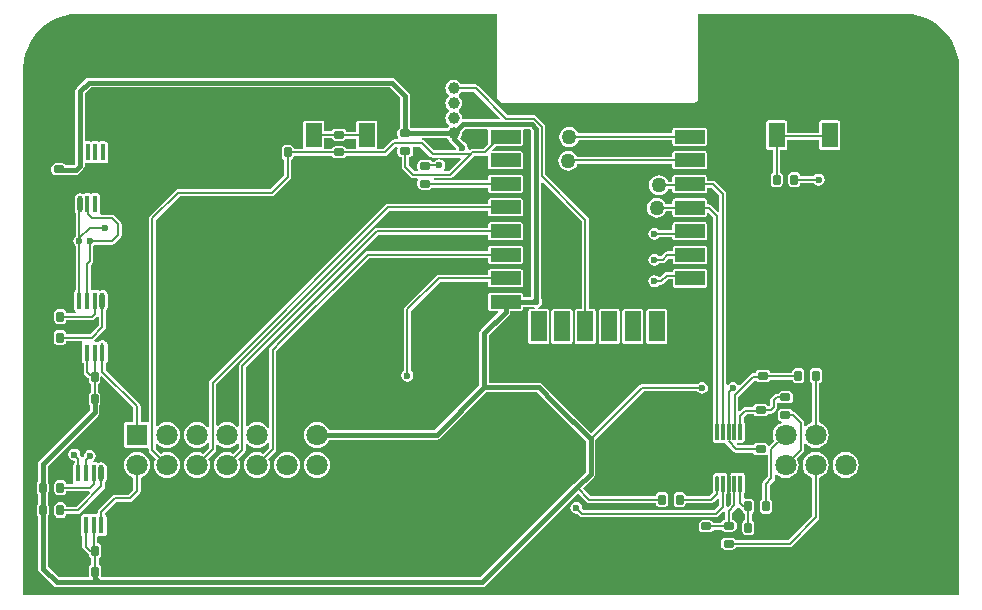
<source format=gtl>
%FSDAX24Y24*%
%MOIN*%
%SFA1B1*%

%IPPOS*%
%AMD10*
4,1,8,0.005900,0.017700,-0.005900,0.017700,-0.011800,0.011800,-0.011800,-0.011800,-0.005900,-0.017700,0.005900,-0.017700,0.011800,-0.011800,0.011800,0.011800,0.005900,0.017700,0.0*
1,1,0.011800,0.005900,0.011800*
1,1,0.011800,-0.005900,0.011800*
1,1,0.011800,-0.005900,-0.011800*
1,1,0.011800,0.005900,-0.011800*
%
%AMD11*
4,1,8,0.017700,-0.005900,0.017700,0.005900,0.011800,0.011800,-0.011800,0.011800,-0.017700,0.005900,-0.017700,-0.005900,-0.011800,-0.011800,0.011800,-0.011800,0.017700,-0.005900,0.0*
1,1,0.011800,0.011800,-0.005900*
1,1,0.011800,0.011800,0.005900*
1,1,0.011800,-0.011800,0.005900*
1,1,0.011800,-0.011800,-0.005900*
%
G04~CAMADD=10~8~0.0~0.0~236.0~354.0~59.0~0.0~15~0.0~0.0~0.0~0.0~0~0.0~0.0~0.0~0.0~0~0.0~0.0~0.0~0.0~236.0~354.0*
%ADD10D10*%
G04~CAMADD=11~8~0.0~0.0~236.0~354.0~59.0~0.0~15~0.0~0.0~0.0~0.0~0~0.0~0.0~0.0~0.0~0~0.0~0.0~0.0~270.0~354.0~236.0*
%ADD11D11*%
%ADD12O,0.017700X0.057100*%
%ADD13R,0.017700X0.057100*%
%ADD14R,0.055100X0.082700*%
%ADD15R,0.100000X0.045000*%
%ADD16R,0.055000X0.100000*%
%ADD17R,0.011800X0.057100*%
%ADD18O,0.011800X0.057100*%
%ADD19C,0.007900*%
%ADD20C,0.015700*%
%ADD21C,0.070900*%
%ADD22R,0.070900X0.070900*%
%ADD23C,0.039400*%
%ADD24C,0.023600*%
%ADD25C,0.050000*%
%LNuppsense-1*%
%LPD*%
G36*
X037639Y039205D02*
X037872Y039159D01*
X038098Y039082*
X038311Y038977*
X038509Y038845*
X038688Y038688*
X038845Y038509*
X038977Y038311*
X039082Y038098*
X039159Y037872*
X039205Y037639*
X039217Y037451*
X039219Y037402*
Y037352*
Y019836*
X008025*
Y037402*
X008024Y037408*
X008039Y037639*
X008086Y037872*
X008162Y038098*
X008267Y038311*
X008399Y038509*
X008556Y038688*
X008735Y038845*
X008933Y038977*
X009146Y039082*
X009372Y039159*
X009605Y039205*
X009793Y039217*
X009843Y039219*
X009892*
X023825*
Y036427*
X023837Y036369*
X023869Y036320*
X023879Y036310*
X023928Y036278*
X023986Y036266*
X030374*
X030432Y036278*
X030481Y036310*
X030514Y036359*
X030525Y036417*
Y039219*
X037402*
X037408Y039220*
X037639Y039205*
G37*
%LNuppsense-2*%
%LPC*%
G36*
X030746Y031489D02*
X029746D01*
X029715Y031482*
X029689Y031465*
X029672Y031439*
X029666Y031408*
Y031304*
X029490*
X029444Y031295*
X029405Y031268*
X029281Y031144*
X029211*
X029197Y031166*
X029132Y031209*
X029055Y031224*
X028978Y031209*
X028913Y031166*
X028870Y031100*
X028854Y031024*
X028870Y030947*
X028913Y030882*
X028978Y030838*
X029055Y030823*
X029132Y030838*
X029197Y030882*
X029211Y030903*
X029331*
X029377Y030912*
X029416Y030938*
X029540Y031063*
X029666*
Y030958*
X029672Y030928*
X029689Y030902*
X029715Y030884*
X029746Y030878*
X030746*
X030777Y030884*
X030803Y030902*
X030820Y030928*
X030826Y030958*
Y031408*
X030820Y031439*
X030803Y031465*
X030777Y031482*
X030746Y031489*
G37*
G36*
Y030709D02*
X029746D01*
X029715Y030702*
X029689Y030685*
X029672Y030659*
X029666Y030628*
Y030612*
X029468*
X029422Y030603*
X029383Y030577*
X029256Y030450*
X029199Y030454*
X029197Y030457*
X029132Y030500*
X029055Y030516*
X028978Y030500*
X028913Y030457*
X028870Y030392*
X028854Y030315*
X028870Y030238*
X028913Y030173*
X028978Y030130*
X029055Y030114*
X029132Y030130*
X029197Y030173*
X029211Y030195*
X029291*
Y030194*
X029337Y030204*
X029376Y030230*
X029518Y030372*
X029666*
Y030178*
X029672Y030148*
X029689Y030122*
X029715Y030104*
X029746Y030098*
X030746*
X030777Y030104*
X030803Y030122*
X030820Y030148*
X030826Y030178*
Y030628*
X030820Y030659*
X030803Y030685*
X030777Y030702*
X030746Y030709*
G37*
G36*
X030736Y032279D02*
X029736D01*
X029706Y032272*
X029679Y032255*
X029662Y032229*
X029656Y032198*
Y032010*
X029211*
X029197Y032032*
X029132Y032075*
X029055Y032090*
X028978Y032075*
X028913Y032032*
X028870Y031967*
X028854Y031890*
X028870Y031813*
X028913Y031748*
X028978Y031704*
X029055Y031689*
X029132Y031704*
X029197Y031748*
X029211Y031769*
X029656*
Y031748*
X029662Y031718*
X029679Y031692*
X029706Y031674*
X029736Y031668*
X030736*
X030767Y031674*
X030793Y031692*
X030810Y031718*
X030817Y031748*
Y032198*
X030810Y032229*
X030793Y032255*
X030767Y032272*
X030736Y032279*
G37*
G36*
X033780Y033959D02*
X033661D01*
X033608Y033949*
X033562Y033918*
X033532Y033873*
X033521Y033819*
Y033583*
X033532Y033529*
X033562Y033483*
X033608Y033453*
X033661Y033442*
X033780*
X033833Y033453*
X033879Y033483*
X033909Y033529*
X033920Y033580*
X034371*
X034386Y033559*
X034451Y033515*
X034528Y033500*
X034604Y033515*
X034669Y033559*
X034713Y033624*
X034728Y033701*
X034713Y033778*
X034669Y033843*
X034604Y033886*
X034528Y033901*
X034451Y033886*
X034386Y033843*
X034371Y033821*
X033920*
X033909Y033873*
X033879Y033918*
X033833Y033949*
X033780Y033959*
G37*
G36*
X034433Y024622D02*
X034320Y024607D01*
X034215Y024563*
X034124Y024494*
X034055Y024403*
X034011Y024298*
X033996Y024185*
X034011Y024072*
X034055Y023967*
X034124Y023876*
X034215Y023807*
X034313Y023766*
Y022487*
X033513Y021687*
X031778*
X031753Y021725*
X031707Y021756*
X031654Y021766*
X031417*
X031364Y021756*
X031318Y021725*
X031288Y021680*
X031277Y021626*
Y021508*
X031288Y021454*
X031318Y021409*
X031364Y021378*
X031417Y021367*
X031654*
X031707Y021378*
X031753Y021409*
X031778Y021447*
X033563*
Y021446*
X033609Y021456*
X033648Y021482*
X034518Y022352*
X034544Y022391*
X034553Y022437*
Y023766*
X034651Y023807*
X034742Y023876*
X034811Y023967*
X034855Y024072*
X034870Y024185*
X034855Y024298*
X034811Y024403*
X034742Y024494*
X034651Y024563*
X034546Y024607*
X034433Y024622*
G37*
G36*
X031136Y023930D02*
X031082Y023919D01*
X031037Y023889*
X031006Y023843*
X030996Y023790*
Y023337*
X031006Y023283*
X031014Y023271*
X030895Y023152*
X030101*
X030090Y023203*
X030060Y023249*
X030014Y023279*
X029961Y023290*
X029843*
X029789Y023279*
X029743Y023249*
X029713Y023203*
X029702Y023150*
Y022913*
X029713Y022860*
X029743Y022814*
X029789Y022784*
X029843Y022773*
X029961*
X030014Y022784*
X030060Y022814*
X030090Y022860*
X030101Y022911*
X030945*
X030991Y022920*
X031030Y022946*
X031166Y023083*
X031213Y023064*
Y022840*
X031052Y022679*
X026703*
X026652Y022731*
X026657Y022756*
X026642Y022833*
X026599Y022898*
X026534Y022941*
X026457Y022957*
X026380Y022941*
X026315Y022898*
X026271Y022833*
X026256Y022756*
X026271Y022679*
X026315Y022614*
X026380Y022570*
X026457Y022555*
X026482Y022560*
X026568Y022474*
X026607Y022448*
X026654Y022439*
X031102*
X031148Y022448*
X031188Y022474*
X031366Y022653*
X031415Y022631*
Y022357*
X031364Y022346*
X031318Y022316*
X031288Y022270*
X031285Y022258*
X031030*
X031005Y022296*
X030959Y022327*
X030906Y022337*
X030669*
X030616Y022327*
X030570Y022296*
X030539Y022251*
X030529Y022197*
Y022079*
X030539Y022025*
X030570Y021979*
X030616Y021949*
X030669Y021938*
X030906*
X030959Y021949*
X031005Y021979*
X031030Y022017*
X031306*
X031318Y021999*
X031364Y021969*
X031417Y021958*
X031654*
X031707Y021969*
X031753Y021999*
X031783Y022045*
X031794Y022098*
Y022217*
X031783Y022270*
X031753Y022316*
X031707Y022346*
X031656Y022357*
Y022600*
X031812Y022756*
X031819Y022766*
X031881Y022775*
X031934Y022722*
X031973Y022696*
X031985Y022693*
Y022689*
X031996Y022635*
X032027Y022590*
X032065Y022564*
Y022341*
X032027Y022316*
X031996Y022270*
X031985Y022217*
Y021980*
X031996Y021927*
X032027Y021881*
X032072Y021851*
X032126Y021840*
X032244*
X032298Y021851*
X032343Y021881*
X032374Y021927*
X032385Y021980*
Y022217*
X032374Y022270*
X032343Y022316*
X032305Y022341*
Y022564*
X032343Y022590*
X032374Y022635*
X032385Y022689*
Y022925*
X032374Y022979*
X032343Y023025*
X032298Y023055*
X032244Y023066*
X032126*
X032094Y023059*
X032044Y023092*
Y023228*
X032057Y023247*
X032063Y023278*
Y023849*
X032057Y023879*
X032039Y023906*
X032013Y023923*
X031983Y023929*
X031865*
X031834Y023923*
X031825Y023917*
X031817Y023923*
X031786Y023929*
X031668*
X031637Y023923*
X031611Y023906*
X031594Y023879*
X031587Y023849*
Y023278*
X031594Y023247*
X031606Y023228*
Y022891*
X031502Y022787*
X031453Y022809*
Y023228*
X031466Y023247*
X031472Y023278*
Y023849*
X031466Y023879*
X031449Y023906*
X031423Y023923*
X031392Y023929*
X031274*
X031243Y023923*
X031217Y023906*
X031215Y023903*
X031190Y023919*
X031136Y023930*
G37*
G36*
X026251Y029384D02*
X025701D01*
X025670Y029377*
X025644Y029360*
X025627Y029334*
X025621Y029303*
Y028303*
X025627Y028273*
X025644Y028247*
X025670Y028229*
X025701Y028223*
X026251*
X026282Y028229*
X026308Y028247*
X026325Y028273*
X026332Y028303*
Y029303*
X026325Y029334*
X026308Y029360*
X026282Y029377*
X026251Y029384*
G37*
G36*
X035433Y024622D02*
X035320Y024607D01*
X035215Y024563*
X035124Y024494*
X035055Y024403*
X035011Y024298*
X034996Y024185*
X035011Y024072*
X035055Y023967*
X035124Y023876*
X035215Y023807*
X035320Y023763*
X035433Y023748*
X035546Y023763*
X035651Y023807*
X035742Y023876*
X035811Y023967*
X035855Y024072*
X035870Y024185*
X035855Y024298*
X035811Y024403*
X035742Y024494*
X035651Y024563*
X035546Y024607*
X035433Y024622*
G37*
G36*
X027831Y029384D02*
X027281D01*
X027250Y029377*
X027224Y029360*
X027207Y029334*
X027201Y029303*
Y028303*
X027207Y028273*
X027224Y028247*
X027250Y028229*
X027281Y028223*
X027831*
X027862Y028229*
X027888Y028247*
X027905Y028273*
X027912Y028303*
Y029303*
X027905Y029334*
X027888Y029360*
X027862Y029377*
X027831Y029384*
G37*
G36*
X029411D02*
X028861D01*
X028830Y029377*
X028804Y029360*
X028787Y029334*
X028781Y029303*
Y028303*
X028787Y028273*
X028804Y028247*
X028830Y028229*
X028861Y028223*
X029411*
X029442Y028229*
X029468Y028247*
X029485Y028273*
X029492Y028303*
Y029303*
X029485Y029334*
X029468Y029360*
X029442Y029377*
X029411Y029384*
G37*
G36*
X028611D02*
X028061D01*
X028031Y029377*
X028004Y029360*
X027987Y029334*
X027981Y029303*
Y028303*
X027987Y028273*
X028004Y028247*
X028031Y028229*
X028061Y028223*
X028611*
X028642Y028229*
X028668Y028247*
X028685Y028273*
X028691Y028303*
Y029303*
X028685Y029334*
X028668Y029360*
X028642Y029377*
X028611Y029384*
G37*
G36*
X026181Y034662D02*
X026095Y034651D01*
X026015Y034618*
X025947Y034565*
X025894Y034497*
X025861Y034417*
X025850Y034331*
X025861Y034245*
X025894Y034165*
X025947Y034096*
X026015Y034044*
X026095Y034010*
X026181Y033999*
X026267Y034010*
X026347Y034044*
X026416Y034096*
X026468Y034165*
X026492Y034223*
X029656*
Y034118*
X029662Y034088*
X029679Y034062*
X029706Y034044*
X029736Y034038*
X030736*
X030767Y034044*
X030793Y034062*
X030810Y034088*
X030817Y034118*
Y034568*
X030810Y034599*
X030793Y034625*
X030767Y034642*
X030736Y034649*
X029736*
X029706Y034642*
X029679Y034625*
X029662Y034599*
X029656Y034568*
Y034464*
X026482*
X026468Y034497*
X026416Y034565*
X026347Y034618*
X026267Y034651*
X026181Y034662*
G37*
G36*
X026220Y035450D02*
X026135Y035438D01*
X026055Y035405*
X025986Y035353*
X025933Y035284*
X025900Y035204*
X025889Y035118*
X025900Y035032*
X025933Y034952*
X025986Y034884*
X026055Y034831*
X026135Y034798*
X026220Y034787*
X026306Y034798*
X026386Y034831*
X026455Y034884*
X026508Y034952*
X026529Y035003*
X029656*
Y034898*
X029662Y034868*
X029679Y034842*
X029706Y034824*
X029736Y034818*
X030736*
X030767Y034824*
X030793Y034842*
X030810Y034868*
X030817Y034898*
Y035348*
X030810Y035379*
X030793Y035405*
X030767Y035422*
X030736Y035429*
X029736*
X029706Y035422*
X029679Y035405*
X029662Y035379*
X029656Y035348*
Y035244*
X026524*
X026508Y035284*
X026455Y035353*
X026386Y035405*
X026306Y035438*
X026220Y035450*
G37*
G36*
X020306Y037090D02*
D01*
X010197*
X010135Y037077*
X010083Y037043*
X009798Y036757*
X009763Y036705*
X009751Y036644*
Y034926*
X009749Y034922*
X009743Y034892*
Y034321*
X009749Y034290*
X009751Y034287*
Y034230*
X009697Y034176*
X009442*
X009430Y034194*
X009384Y034224*
X009331Y034235*
X009094*
X009041Y034224*
X008995Y034194*
X008965Y034148*
X008954Y034094*
Y033976*
X008965Y033923*
X008995Y033877*
X009041Y033847*
X009094Y033836*
X009331*
X009384Y033847*
X009397Y033855*
X009764*
X009825Y033867*
X009877Y033902*
X010025Y034050*
X010060Y034102*
X010072Y034163*
Y034235*
X010079Y034241*
X010256*
X010287Y034247*
X010290Y034249*
X010294Y034247*
X010325Y034241*
X010502*
X010533Y034247*
X010541Y034252*
X010550Y034247*
X010581Y034241*
X010758*
X010789Y034247*
X010815Y034264*
X010832Y034290*
X010838Y034321*
Y034892*
X010832Y034922*
X010815Y034948*
X010789Y034966*
X010758Y034972*
X010581*
X010550Y034966*
X010541Y034960*
X010533Y034966*
X010502Y034972*
X010325*
X010294Y034966*
X010290Y034963*
X010287Y034966*
X010256Y034972*
X010079*
X010072Y034978*
Y036577*
X010263Y036769*
X020239*
X020587Y036420*
Y035427*
X020576Y035425*
X020531Y035395*
X020500Y035349*
X020489Y035295*
Y035177*
X020500Y035123*
X020521Y035092*
X020503Y035047*
X020499Y035042*
X020388*
X020341Y035033*
X020302Y035006*
X020023Y034727*
X019848*
X019824Y034756*
Y035583*
X019818Y035614*
X019800Y035640*
X019774Y035657*
X019744Y035663*
X019193*
X019162Y035657*
X019136Y035640*
X019118Y035614*
X019112Y035583*
Y035290*
X018795*
X018791Y035310*
X018761Y035355*
X018715Y035386*
X018661Y035396*
X018425*
X018371Y035386*
X018326Y035355*
X018300Y035317*
X018052*
Y035583*
X018046Y035614*
X018029Y035640*
X018003Y035657*
X017972Y035663*
X017421*
X017390Y035657*
X017364Y035640*
X017347Y035614*
X017341Y035583*
Y034756*
X017316Y034727*
X017030*
X017020Y034778*
X016989Y034824*
X016944Y034854*
X016890Y034865*
X016772*
X016718Y034854*
X016672Y034824*
X016642Y034778*
X016631Y034724*
Y034488*
X016642Y034434*
X016672Y034389*
X016710Y034363*
Y033849*
X016244Y033383*
X013184*
X013138Y033374*
X013099Y033348*
X012238Y032487*
X012212Y032448*
X012202Y032402*
Y025663*
X012165Y025620*
X011931*
Y026142*
X011922Y026188*
X011896Y026227*
X010781Y027342*
Y027569*
X010806Y027586*
X010823Y027612*
X010829Y027643*
Y028213*
X010823Y028244*
X010806Y028270*
X010780Y028288*
X010769Y028290*
X010745Y028325*
X010706Y028351*
X010660Y028360*
X010614Y028351*
X010575Y028325*
X010567Y028313*
X010524Y028288*
X010493Y028294*
X010406*
X010391Y028340*
Y028344*
X010745Y028698*
X010771Y028737*
X010781Y028783*
Y029343*
X010818Y029398*
X010831Y029463*
Y029857*
X010818Y029922*
X010781Y029978*
X010726Y030015*
X010660Y030028*
X010595Y030015*
X010570Y029998*
X010550Y030002*
X010524Y030020*
X010493Y030026*
X010316*
X010269Y030065*
Y030847*
X010321Y030899*
X010347Y030938*
X010357Y030984*
Y031497*
X010378Y031512*
X010393Y031533*
X010984*
X011030Y031542*
X011069Y031568*
X011266Y031765*
X011292Y031804*
X011302Y031850*
Y032205*
X011292Y032251*
X011266Y032290*
X011069Y032487*
X011030Y032513*
X010984Y032522*
X010612*
X010602Y032533*
X010579Y032572*
X010582Y032589*
Y033159*
X010576Y033190*
X010559Y033216*
X010533Y033234*
X010502Y033240*
X010325*
X010294Y033234*
X010285Y033228*
X010277Y033234*
X010246Y033240*
X010069*
X010038Y033234*
X010012Y033216*
X009991Y033212*
X009967Y033228*
X009902Y033241*
X009836Y033228*
X009781Y033191*
X009744Y033136*
X009731Y033071*
Y032677*
X009744Y032612*
X009772Y032570*
Y031810*
X009751Y031795*
X009707Y031730*
X009692Y031654*
X009707Y031577*
X009751Y031512*
X009772Y031497*
Y030019*
X009747Y030002*
X009730Y029976*
X009724Y029946*
Y029375*
X009730Y029344*
X009747Y029318*
X009773Y029301*
X009768Y029251*
X009454*
X009444Y029302*
X009414Y029348*
X009368Y029378*
X009314Y029389*
X009196*
X009142Y029378*
X009097Y029348*
X009066Y029302*
X009056Y029248*
Y029012*
X009066Y028958*
X009097Y028913*
X009142Y028882*
X009196Y028872*
X009314*
X009368Y028882*
X009414Y028913*
X009444Y028958*
X009454Y029010*
X010301*
X010347Y029019*
X010386Y029045*
X010489Y029149*
X010490*
X010540Y029134*
Y028833*
X010255Y028548*
X009443*
X009433Y028600*
X009402Y028645*
X009357Y028676*
X009303Y028687*
X009185*
X009131Y028676*
X009085Y028645*
X009055Y028600*
X009044Y028546*
Y028310*
X009055Y028256*
X009085Y028210*
X009131Y028180*
X009185Y028169*
X009303*
X009357Y028180*
X009402Y028210*
X009433Y028256*
X009443Y028308*
X009972*
X009979Y028300*
X009995Y028258*
X009986Y028244*
X009980Y028213*
Y027643*
X009986Y027612*
X010003Y027586*
X010028Y027569*
Y027272*
X010037Y027226*
X010063Y027187*
X010152Y027099*
X010191Y027073*
X010194Y027072*
Y027008*
X010205Y026954*
X010235Y026909*
X010278Y026880*
Y026624*
X010235Y026595*
X010205Y026550*
X010194Y026496*
Y026260*
X010205Y026206*
X010233Y026164*
Y026011*
X008554Y024333*
X008520Y024281*
X008507Y024219*
Y023641*
X008479Y023599*
X008468Y023545*
Y023309*
X008479Y023255*
X008507Y023212*
Y022891*
X008479Y022849*
X008468Y022795*
Y022559*
X008479Y022505*
X008507Y022462*
Y020741*
X008520Y020680*
X008554Y020628*
X008568Y020615*
X009020Y020162*
X009072Y020127*
X009134Y020115*
X010560*
X023307*
X023369Y020127*
X023421Y020162*
X026505Y023246*
X026805Y022946*
X026844Y022920*
X026890Y022911*
X029112*
X029122Y022860*
X029153Y022814*
X029198Y022784*
X029252Y022773*
X029370*
X029424Y022784*
X029469Y022814*
X029500Y022860*
X029511Y022913*
Y023150*
X029500Y023203*
X029469Y023249*
X029424Y023279*
X029370Y023290*
X029252*
X029198Y023279*
X029153Y023249*
X029122Y023203*
X029112Y023152*
X026940*
X026675Y023417*
X027043Y023784*
X027077Y023836*
X027090Y023898*
Y025030*
X028695Y026635*
X030489*
X030504Y026614*
X030569Y026570*
X030646Y026555*
X030723Y026570*
X030788Y026614*
X030831Y026679*
X030846Y026756*
X030831Y026833*
X030788Y026898*
X030723Y026941*
X030646Y026957*
X030569Y026941*
X030504Y026898*
X030489Y026876*
X028638*
X028592Y026867*
X028553Y026841*
X028537Y026818*
X026958Y025238*
X025822Y026373*
X025310Y026885*
X025258Y026920*
X025197Y026932*
X023546*
Y028516*
X024210Y029180*
X024245Y029232*
X024257Y029293*
Y029318*
X024596*
X024627Y029324*
X024653Y029342*
X024670Y029368*
X024676Y029398*
Y029463*
X025004*
X025041Y029438*
X025063Y029434*
X025058Y029384*
X024921*
X024890Y029377*
X024864Y029360*
X024847Y029334*
X024841Y029303*
Y028303*
X024847Y028273*
X024864Y028247*
X024890Y028229*
X024921Y028223*
X025471*
X025502Y028229*
X025528Y028247*
X025545Y028273*
X025552Y028303*
Y029303*
X025545Y029334*
X025528Y029360*
X025502Y029377*
X025471Y029384*
X025178*
X025173Y029434*
X025195Y029438*
X025260Y029481*
X025304Y029546*
X025319Y029623*
X025304Y029700*
X025279Y029737*
Y033596*
X025325Y033615*
X026636Y032304*
Y029384*
X026481*
X026451Y029377*
X026424Y029360*
X026407Y029334*
X026401Y029303*
Y028303*
X026407Y028273*
X026424Y028247*
X026451Y028229*
X026481Y028223*
X027031*
X027062Y028229*
X027088Y028247*
X027105Y028273*
X027111Y028303*
Y029303*
X027105Y029334*
X027088Y029360*
X027062Y029377*
X027031Y029384*
X026877*
Y032354*
X026867Y032400*
X026841Y032439*
X025416Y033865*
Y035467*
X025407Y035513*
X025380Y035552*
X025119Y035814*
X025080Y035840*
X025034Y035849*
X024164*
X023180Y036833*
X023141Y036859*
X023094Y036868*
X022611*
X022603Y036887*
X022559Y036945*
X022501Y036989*
X022434Y037017*
X022362Y037026*
X022290Y037017*
X022223Y036989*
X022166Y036945*
X022121Y036887*
X022094Y036820*
X022084Y036748*
X022094Y036676*
X022121Y036609*
X022166Y036551*
X022195Y036529*
Y036467*
X022166Y036445*
X022121Y036387*
X022094Y036320*
X022084Y036248*
X022094Y036176*
X022121Y036109*
X022166Y036051*
X022195Y036029*
Y035967*
X022166Y035945*
X022121Y035887*
X022094Y035820*
X022084Y035748*
X022094Y035676*
X022121Y035609*
X022166Y035551*
X022195Y035529*
Y035467*
X022166Y035445*
X022138Y035409*
X020945*
X020920Y035425*
X020909Y035427*
Y036487*
X020896Y036548*
X020862Y036600*
X020419Y037043*
X020367Y037077*
X020357Y037080*
X020306Y037090*
G37*
G36*
X030736Y033849D02*
X029736D01*
X029706Y033842*
X029679Y033825*
X029662Y033799*
X029656Y033768*
Y033624*
X029519*
X029500Y033670*
X029447Y033738*
X029378Y033791*
X029298Y033824*
X029213Y033836*
X029127Y033824*
X029047Y033791*
X028978Y033738*
X028925Y033670*
X028892Y033590*
X028881Y033504*
X028892Y033418*
X028925Y033338*
X028978Y033269*
X029047Y033217*
X029127Y033184*
X029213Y033172*
X029298Y033184*
X029378Y033217*
X029447Y033269*
X029500Y033338*
X029519Y033384*
X029656*
Y033318*
X029662Y033288*
X029679Y033262*
X029706Y033244*
X029736Y033238*
X030736*
X030767Y033244*
X030793Y033262*
X030810Y033288*
X030817Y033318*
Y033423*
X030974*
X031213Y033184*
Y032645*
X031166Y032626*
X030951Y032841*
X030912Y032867*
X030866Y032876*
X030817*
Y032988*
X030810Y033019*
X030793Y033045*
X030767Y033062*
X030736Y033069*
X029736*
X029706Y033062*
X029679Y033045*
X029662Y033019*
X029656Y032988*
Y032884*
X029437*
X029421Y032922*
X029368Y032990*
X029300Y033043*
X029220Y033076*
X029134Y033087*
X029048Y033076*
X028968Y033043*
X028899Y032990*
X028847Y032922*
X028814Y032842*
X028802Y032756*
X028814Y032670*
X028847Y032590*
X028899Y032521*
X028968Y032469*
X029048Y032436*
X029134Y032424*
X029220Y032436*
X029300Y032469*
X029368Y032521*
X029421Y032590*
X029443Y032643*
X029656*
Y032538*
X029662Y032508*
X029679Y032482*
X029706Y032464*
X029736Y032458*
X030736*
X030767Y032464*
X030793Y032482*
X030810Y032508*
X030817Y032538*
Y032570*
X030863Y032589*
X031016Y032436*
Y025631*
X031003Y025612*
X030997Y025581*
Y025010*
X031003Y024979*
X031020Y024953*
X031046Y024936*
X031077Y024930*
X031195*
X031226Y024936*
X031235Y024942*
X031243Y024936*
X031274Y024930*
X031392*
X031417Y024935*
X031419Y024926*
X031445Y024887*
X031701Y024631*
X031740Y024605*
X031786Y024596*
X032356*
X032381Y024558*
X032427Y024528*
X032480Y024517*
X032717*
X032770Y024528*
X032782Y024536*
X032832Y024509*
Y023790*
X032690Y023648*
X032664Y023609*
X032655Y023563*
Y023050*
X032617Y023025*
X032587Y022979*
X032576Y022925*
Y022689*
X032587Y022635*
X032617Y022590*
X032663Y022559*
X032717Y022548*
X032835*
X032888Y022559*
X032934Y022590*
X032964Y022635*
X032975Y022689*
Y022925*
X032964Y022979*
X032934Y023025*
X032896Y023050*
Y023513*
X033038Y023655*
X033064Y023694*
X033073Y023740*
Y023865*
X033121Y023881*
X033124Y023876*
X033215Y023807*
X033320Y023763*
X033433Y023748*
X033546Y023763*
X033651Y023807*
X033742Y023876*
X033811Y023967*
X033855Y024072*
X033870Y024185*
X033855Y024298*
X033814Y024396*
X034022Y024604*
X034048Y024643*
X034057Y024689*
Y024885*
X034105Y024901*
X034124Y024876*
X034215Y024807*
X034320Y024763*
X034433Y024748*
X034546Y024763*
X034651Y024807*
X034742Y024876*
X034811Y024967*
X034855Y025072*
X034870Y025185*
X034855Y025298*
X034811Y025403*
X034742Y025494*
X034651Y025563*
X034553Y025604*
Y026916*
X034562Y026917*
X034607Y026948*
X034638Y026993*
X034648Y027047*
Y027283*
X034638Y027337*
X034607Y027383*
X034562Y027413*
X034508Y027424*
X034390*
X034336Y027413*
X034290Y027383*
X034260Y027337*
X034249Y027283*
Y027047*
X034260Y026993*
X034290Y026948*
X034313Y026933*
Y025604*
X034215Y025563*
X034124Y025494*
X034105Y025469*
X034057Y025485*
Y025591*
X034048Y025637*
X034022Y025676*
X033766Y025932*
X033727Y025958*
X033681Y025967*
X033668*
X033643Y026005*
X033597Y026035*
X033543Y026046*
X033307*
X033253Y026035*
X033208Y026005*
X033177Y025959*
X033167Y025906*
Y025787*
X033177Y025734*
X033208Y025688*
X033253Y025658*
X033293Y025650*
X033299Y025598*
X033215Y025563*
X033124Y025494*
X033055Y025403*
X033011Y025298*
X032996Y025185*
X033011Y025072*
X033052Y024974*
X032899Y024821*
X032861Y024827*
X032842Y024835*
X032816Y024875*
X032770Y024905*
X032717Y024916*
X032480*
X032427Y024905*
X032381Y024875*
X032356Y024837*
X031836*
X031815Y024858*
X031818Y024921*
X031834Y024936*
X031865Y024930*
X031983*
X032013Y024936*
X032039Y024953*
X032057Y024979*
X032063Y025010*
Y025581*
X032057Y025612*
X032044Y025631*
Y025783*
X032136Y025876*
X032369*
X032381Y025857*
X032427Y025827*
X032480Y025816*
X032717*
X032770Y025827*
X032816Y025857*
X032841Y025895*
X032933*
X032979Y025904*
X033018Y025931*
X033117Y026029*
X033143Y026068*
X033152Y026114*
Y026250*
X033199Y026280*
X033208Y026279*
X033253Y026248*
X033307Y026237*
X033543*
X033597Y026248*
X033643Y026279*
X033673Y026324*
X033684Y026378*
Y026496*
X033673Y026550*
X033643Y026595*
X033597Y026626*
X033543Y026637*
X033307*
X033253Y026626*
X033208Y026595*
X033182Y026557*
X033130*
X033084Y026548*
X033045Y026522*
X032946Y026424*
X032920Y026385*
X032911Y026339*
Y026180*
X032882Y026152*
X032827Y026158*
X032816Y026174*
X032770Y026205*
X032717Y026215*
X032480*
X032427Y026205*
X032381Y026174*
X032351Y026129*
X032348Y026116*
X032087*
X032041Y026107*
X032001Y026081*
X031899Y025979*
X031853Y025998*
Y026459*
X032399Y027006*
X032447*
X032460Y026987*
X032505Y026957*
X032559Y026946*
X032795*
X032849Y026957*
X032895Y026987*
X032920Y027025*
X033663*
X033669Y026993*
X033700Y026948*
X033745Y026917*
X033799Y026907*
X033917*
X033971Y026917*
X034017Y026948*
X034047Y026993*
X034058Y027047*
Y027283*
X034047Y027337*
X034017Y027383*
X033971Y027413*
X033917Y027424*
X033799*
X033745Y027413*
X033700Y027383*
X033669Y027337*
X033659Y027283*
Y027266*
X032920*
X032895Y027304*
X032849Y027335*
X032795Y027345*
X032559*
X032505Y027335*
X032460Y027304*
X032429Y027258*
X032427Y027246*
X032349*
X032303Y027237*
X032264Y027211*
X031902Y026849*
X031841Y026859*
X031815Y026898*
X031750Y026941*
X031673Y026957*
X031596Y026941*
X031531Y026898*
X031503Y026857*
X031453Y026872*
Y033234*
X031444Y033280*
X031418Y033319*
X031109Y033628*
X031070Y033655*
X031024Y033664*
X030817*
Y033768*
X030810Y033799*
X030793Y033825*
X030767Y033842*
X030736Y033849*
G37*
G36*
X035177Y035671D02*
X034626D01*
X034595Y035665*
X034569Y035647*
X034552Y035621*
X034546Y035591*
Y035258*
X033486*
Y035591*
X033480Y035621*
X033462Y035647*
X033436Y035665*
X033406Y035671*
X032854*
X032824Y035665*
X032798Y035647*
X032780Y035621*
X032774Y035591*
Y034764*
X032780Y034733*
X032798Y034707*
X032824Y034690*
X032854Y034683*
X033010*
Y033944*
X032972Y033918*
X032941Y033873*
X032930Y033819*
Y033583*
X032941Y033529*
X032972Y033483*
X033017Y033453*
X033071Y033442*
X033189*
X033243Y033453*
X033288Y033483*
X033319Y033529*
X033329Y033583*
Y033819*
X033319Y033873*
X033288Y033918*
X033250Y033944*
Y034683*
X033406*
X033436Y034690*
X033462Y034707*
X033480Y034733*
X033486Y034764*
Y035017*
X034546*
Y034764*
X034552Y034733*
X034569Y034707*
X034595Y034690*
X034626Y034683*
X035177*
X035208Y034690*
X035234Y034707*
X035251Y034733*
X035257Y034764*
Y035591*
X035251Y035621*
X035234Y035647*
X035208Y035665*
X035177Y035671*
G37*
%LNuppsense-3*%
%LPD*%
G36*
X023516Y035348D02*
Y034898D01*
X023517Y034895*
X023349Y034727*
X022992*
X022946Y034718*
X022907Y034691*
X022869Y034694*
X022834Y034741*
X022838Y034764*
X022823Y034841*
X022780Y034906*
X022715Y034949*
X022686Y034955*
X022572Y035069*
X022603Y035109*
X022631Y035176*
X022640Y035248*
X022634Y035293*
X022732Y035391*
X023474*
X023516Y035348*
G37*
G36*
X023914Y035758D02*
X023895Y035712D01*
X022686*
X022648Y035742*
X022639Y035757*
X022631Y035820*
X022603Y035887*
X022559Y035945*
X022529Y035967*
Y036029*
X022559Y036051*
X022603Y036109*
X022631Y036176*
X022640Y036248*
X022631Y036320*
X022603Y036387*
X022559Y036445*
X022529Y036467*
Y036529*
X022559Y036551*
X022603Y036609*
X022611Y036628*
X023045*
X023914Y035758*
G37*
G36*
X024958Y035327D02*
Y029784D01*
X024676*
Y029848*
X024670Y029879*
X024653Y029905*
X024627Y029922*
X024596Y029929*
X023596*
X023565Y029922*
X023539Y029905*
X023522Y029879*
X023516Y029848*
Y029398*
X023522Y029368*
X023539Y029342*
X023565Y029324*
X023596Y029318*
X023829*
X023848Y029272*
X023272Y028696*
X023237Y028644*
X023225Y028583*
Y026838*
X021733Y025346*
X018213*
X018189Y025403*
X018120Y025494*
X018029Y025563*
X017924Y025607*
X017811Y025622*
X017698Y025607*
X017593Y025563*
X017502Y025494*
X017433Y025403*
X017389Y025298*
X017374Y025185*
X017389Y025072*
X017433Y024967*
X017502Y024876*
X017593Y024807*
X017698Y024763*
X017811Y024748*
X017924Y024763*
X018029Y024807*
X018120Y024876*
X018189Y024967*
X018213Y025024*
X021799*
X021861Y025037*
X021913Y025071*
X023452Y026611*
X025130*
X025595Y026146*
X026769Y024973*
Y023964*
X026363Y023558*
X023241Y020436*
X010636*
X010602Y020476*
X010608Y020509*
Y020745*
X010597Y020799*
X010567Y020844*
X010529Y020869*
Y021084*
X010567Y021109*
X010597Y021155*
X010608Y021209*
Y021445*
X010597Y021499*
X010567Y021544*
X010521Y021575*
X010490Y021581*
Y021772*
X010536Y021811*
X010714*
X010744Y021817*
X010770Y021834*
X010788Y021860*
X010794Y021891*
Y022462*
X010788Y022493*
X010770Y022519*
X010746Y022536*
Y022583*
X011113Y022950*
X011575*
X011621Y022960*
X011660Y022986*
X011896Y023222*
X011922Y023261*
X011931Y023307*
Y023766*
X012029Y023807*
X012120Y023876*
X012189Y023967*
X012233Y024072*
X012248Y024185*
X012233Y024298*
X012189Y024403*
X012120Y024494*
X012029Y024563*
X011924Y024607*
X011811Y024622*
X011698Y024607*
X011593Y024563*
X011502Y024494*
X011433Y024403*
X011389Y024298*
X011374Y024185*
X011389Y024072*
X011433Y023967*
X011502Y023876*
X011593Y023807*
X011691Y023766*
Y023357*
X011525Y023191*
X011063*
X011017Y023182*
X010978Y023156*
X010540Y022718*
X010514Y022679*
X010505Y022633*
Y022581*
X010458Y022542*
X010281*
X010250Y022536*
X010241Y022530*
X010233Y022536*
X010202Y022542*
X010025*
X009994Y022536*
X009968Y022519*
X009951Y022493*
X009944Y022462*
Y021891*
X009951Y021860*
X009968Y021834*
X009993Y021818*
Y021455*
X010002Y021409*
X010028Y021370*
X010156Y021242*
Y021241*
X010196Y021215*
X010209Y021213*
Y021209*
X010220Y021155*
X010250Y021109*
X010288Y021084*
Y020869*
X010250Y020844*
X010220Y020799*
X010209Y020745*
Y020509*
X010213Y020486*
X010177Y020436*
X009200*
X008829Y020808*
Y022462*
X008857Y022505*
X008868Y022559*
Y022795*
X008857Y022849*
X008829Y022891*
Y023212*
X008857Y023255*
X008868Y023309*
Y023545*
X008857Y023599*
X008829Y023641*
Y024153*
X010507Y025831*
X010542Y025883*
X010554Y025945*
Y026164*
X010583Y026206*
X010593Y026260*
Y026496*
X010583Y026550*
X010552Y026595*
X010519Y026618*
Y026886*
X010552Y026909*
X010583Y026954*
X010593Y027008*
Y027124*
X010639Y027143*
X011691Y026092*
Y025620*
X011457*
X011426Y025614*
X011400Y025596*
X011383Y025570*
X011376Y025539*
Y024831*
X011383Y024800*
X011400Y024774*
X011426Y024757*
X011457Y024750*
X012165*
X012202Y024707*
Y024673*
X012212Y024627*
X012238Y024588*
X012430Y024396*
X012389Y024298*
X012374Y024185*
X012389Y024072*
X012433Y023967*
X012502Y023876*
X012593Y023807*
X012698Y023763*
X012811Y023748*
X012924Y023763*
X013029Y023807*
X013120Y023876*
X013189Y023967*
X013233Y024072*
X013248Y024185*
X013233Y024298*
X013189Y024403*
X013120Y024494*
X013029Y024563*
X012924Y024607*
X012811Y024622*
X012698Y024607*
X012600Y024566*
X012443Y024723*
Y024875*
X012491Y024891*
X012502Y024876*
X012593Y024807*
X012698Y024763*
X012811Y024748*
X012924Y024763*
X013029Y024807*
X013120Y024876*
X013189Y024967*
X013233Y025072*
X013248Y025185*
X013233Y025298*
X013189Y025403*
X013120Y025494*
X013029Y025563*
X012924Y025607*
X012811Y025622*
X012698Y025607*
X012593Y025563*
X012502Y025494*
X012491Y025479*
X012443Y025495*
Y032352*
X013234Y033142*
X016294*
X016340Y033152*
X016379Y033178*
X016916Y033714*
X016942Y033753*
X016951Y033799*
Y034363*
X016989Y034389*
X017020Y034434*
X017030Y034486*
X018300*
X018326Y034448*
X018371Y034417*
X018425Y034407*
X018661*
X018715Y034417*
X018761Y034448*
X018786Y034486*
X020073*
X020119Y034495*
X020158Y034521*
X020430Y034794*
X020469Y034789*
X020497Y034744*
X020489Y034705*
Y034587*
X020500Y034533*
X020531Y034487*
X020576Y034457*
X020628Y034447*
Y034134*
X020637Y034088*
X020663Y034049*
X020938Y033773*
X020978Y033747*
X021024Y033738*
X021151*
X021177Y033688*
X021169Y033676*
X021159Y033622*
Y033504*
X021169Y033450*
X021200Y033405*
X021245Y033374*
X021299Y033363*
X021535*
X021589Y033374*
X021635Y033405*
X021654Y033433*
X023516*
Y033328*
X023522Y033298*
X023539Y033272*
X023565Y033254*
X023596Y033248*
X024596*
X024627Y033254*
X024653Y033272*
X024670Y033298*
X024676Y033328*
Y033778*
X024670Y033809*
X024653Y033835*
X024627Y033852*
X024596Y033859*
X023596*
X023565Y033852*
X023539Y033835*
X023522Y033809*
X023516Y033778*
Y033674*
X021706*
X021698Y033688*
X021726Y033738*
X022244*
X022290Y033747*
X022329Y033773*
X023018Y034462*
X023042Y034486*
X023399*
X023445Y034495*
X023466Y034509*
X023516Y034486*
Y034118*
X023522Y034088*
X023539Y034062*
X023565Y034044*
X023596Y034038*
X024596*
X024627Y034044*
X024653Y034062*
X024670Y034088*
X024676Y034118*
Y034568*
X024670Y034599*
X024653Y034625*
X024627Y034642*
X024596Y034649*
X023677*
X023657Y034695*
X023781Y034818*
X024596*
X024627Y034824*
X024653Y034842*
X024670Y034868*
X024676Y034898*
Y035348*
X024718Y035391*
X024894*
X024958Y035327*
G37*
G36*
X021588Y034462D02*
X021627Y034436D01*
X021673Y034427*
X022577*
X022596Y034381*
X022194Y033979*
X022043*
X022028Y034029*
X022032Y034031*
X022075Y034096*
X022090Y034173*
X022075Y034250*
X022032Y034315*
X021967Y034359*
X021890Y034374*
X021813Y034359*
X021748Y034315*
X021733Y034294*
X021647*
X021635Y034312*
X021589Y034342*
X021535Y034353*
X021299*
X021245Y034342*
X021200Y034312*
X021169Y034266*
X021159Y034213*
Y034094*
X021169Y034041*
X021177Y034029*
X021151Y033979*
X021074*
X020868Y034184*
Y034447*
X020920Y034457*
X020965Y034487*
X020996Y034533*
X021007Y034587*
Y034705*
X020997Y034751*
X021020Y034801*
X021249*
X021588Y034462*
G37*
G36*
X018326Y035038D02*
X018371Y035008D01*
X018425Y034997*
X018661*
X018715Y035008*
X018761Y035038*
X018768Y035049*
X019112*
Y034756*
X019088Y034727*
X018786*
X018761Y034765*
X018715Y034795*
X018661Y034806*
X018425*
X018371Y034795*
X018326Y034765*
X018300Y034727*
X018077*
X018052Y034756*
Y035076*
X018300*
X018326Y035038*
G37*
G36*
X022166Y035051D02*
X022208Y035019D01*
X022214Y034990*
X022249Y034938*
X022441Y034746*
X022446Y034718*
X022410Y034668*
X021723*
X021384Y035006*
X021345Y035033*
X021320Y035037*
X021325Y035087*
X022138*
X022166Y035051*
G37*
%LNuppsense-4*%
%LPC*%
G36*
X009724Y024728D02*
X009648Y024713D01*
X009582Y024669*
X009539Y024604*
X009524Y024528*
X009539Y024451*
X009582Y024386*
X009648Y024342*
X009724Y024327*
X009737Y024317*
Y024268*
X009712Y024251*
X009695Y024225*
X009688Y024194*
Y023623*
X009694Y023597*
X009693Y023590*
X009665Y023547*
X009458*
X009447Y023599*
X009417Y023644*
X009371Y023675*
X009318Y023685*
X009199*
X009146Y023675*
X009100Y023644*
X009070Y023599*
X009059Y023545*
Y023309*
X009070Y023255*
X009100Y023209*
X009146Y023179*
X009199Y023168*
X009318*
X009371Y023179*
X009417Y023209*
X009447Y023255*
X009458Y023306*
X010218*
X010239Y023257*
X009779Y022797*
X009458*
X009447Y022849*
X009417Y022894*
X009371Y022925*
X009318Y022935*
X009199*
X009146Y022925*
X009100Y022894*
X009070Y022849*
X009059Y022795*
Y022559*
X009070Y022505*
X009100Y022459*
X009146Y022429*
X009199Y022418*
X009318*
X009371Y022429*
X009417Y022459*
X009447Y022505*
X009458Y022556*
X009829*
X009875Y022565*
X009914Y022591*
X010710Y023387*
X010736Y023426*
X010746Y023473*
Y023591*
X010783Y023647*
X010796Y023712*
Y024106*
X010783Y024171*
X010746Y024226*
X010690Y024263*
X010625Y024276*
X010560Y024263*
X010535Y024247*
X010515Y024251*
X010488Y024269*
X010458Y024275*
X010361*
X010346Y024325*
X010378Y024346*
X010422Y024411*
X010437Y024488*
X010422Y024565*
X010378Y024630*
X010313Y024674*
X010236Y024689*
X010159Y024674*
X010094Y024630*
X010051Y024565*
X010036Y024488*
X010037Y024481*
X010011Y024451*
X009958Y024457*
X009943Y024480*
X009920Y024502*
X009925Y024528*
X009910Y024604*
X009866Y024669*
X009801Y024713*
X009724Y024728*
G37*
G36*
X016811Y024622D02*
X016698Y024607D01*
X016593Y024563*
X016502Y024494*
X016433Y024403*
X016389Y024298*
X016374Y024185*
X016389Y024072*
X016433Y023967*
X016502Y023876*
X016593Y023807*
X016698Y023763*
X016811Y023748*
X016924Y023763*
X017029Y023807*
X017120Y023876*
X017189Y023967*
X017233Y024072*
X017248Y024185*
X017233Y024298*
X017189Y024403*
X017120Y024494*
X017029Y024563*
X016924Y024607*
X016811Y024622*
G37*
G36*
X024596Y033079D02*
X023596D01*
X023565Y033072*
X023539Y033055*
X023522Y033029*
X023516Y032998*
Y032894*
X020175*
X020129Y032885*
X020090Y032858*
X014246Y027014*
X014219Y026975*
X014210Y026929*
Y025458*
X014160Y025441*
X014120Y025494*
X014029Y025563*
X013924Y025607*
X013811Y025622*
X013698Y025607*
X013593Y025563*
X013502Y025494*
X013433Y025403*
X013389Y025298*
X013374Y025185*
X013389Y025072*
X013433Y024967*
X013502Y024876*
X013593Y024807*
X013698Y024763*
X013811Y024748*
X013924Y024763*
X014029Y024807*
X014120Y024876*
X014160Y024929*
X014210Y024912*
Y024755*
X014022Y024566*
X013924Y024607*
X013811Y024622*
X013698Y024607*
X013593Y024563*
X013502Y024494*
X013433Y024403*
X013389Y024298*
X013374Y024185*
X013389Y024072*
X013433Y023967*
X013502Y023876*
X013593Y023807*
X013698Y023763*
X013811Y023748*
X013924Y023763*
X014029Y023807*
X014120Y023876*
X014189Y023967*
X014233Y024072*
X014248Y024185*
X014233Y024298*
X014192Y024396*
X014416Y024620*
X014442Y024659*
X014451Y024705*
Y024865*
X014498Y024881*
X014502Y024876*
X014593Y024807*
X014698Y024763*
X014811Y024748*
X014924Y024763*
X015029Y024807*
X015120Y024876*
X015145Y024908*
X015195Y024891*
Y024739*
X015022Y024566*
X014924Y024607*
X014811Y024622*
X014698Y024607*
X014593Y024563*
X014502Y024494*
X014433Y024403*
X014389Y024298*
X014374Y024185*
X014389Y024072*
X014433Y023967*
X014502Y023876*
X014593Y023807*
X014698Y023763*
X014811Y023748*
X014924Y023763*
X015029Y023807*
X015120Y023876*
X015189Y023967*
X015233Y024072*
X015248Y024185*
X015233Y024298*
X015192Y024396*
X015400Y024604*
X015426Y024643*
X015435Y024689*
Y024885*
X015483Y024901*
X015502Y024876*
X015593Y024807*
X015698Y024763*
X015811Y024748*
X015924Y024763*
X016029Y024807*
X016120Y024876*
X016168Y024939*
X016218Y024922*
Y024762*
X016022Y024566*
X015924Y024607*
X015811Y024622*
X015698Y024607*
X015593Y024563*
X015502Y024494*
X015433Y024403*
X015389Y024298*
X015374Y024185*
X015389Y024072*
X015433Y023967*
X015502Y023876*
X015593Y023807*
X015698Y023763*
X015811Y023748*
X015924Y023763*
X016029Y023807*
X016120Y023876*
X016189Y023967*
X016233Y024072*
X016248Y024185*
X016233Y024298*
X016192Y024396*
X016424Y024627*
X016450Y024667*
X016459Y024713*
Y027982*
X016699Y028222*
X019550Y031073*
X023516*
Y030968*
X023522Y030938*
X023539Y030912*
X023565Y030894*
X023596Y030888*
X024596*
X024627Y030894*
X024653Y030912*
X024670Y030938*
X024676Y030968*
Y031418*
X024670Y031449*
X024653Y031475*
X024627Y031492*
X024596Y031499*
X023596*
X023565Y031492*
X023539Y031475*
X023522Y031449*
X023516Y031418*
Y031314*
X019500*
X019454Y031305*
X019415Y031278*
X016529Y028392*
X016253Y028117*
X016227Y028078*
X016218Y028031*
Y025448*
X016168Y025431*
X016120Y025494*
X016029Y025563*
X015924Y025607*
X015811Y025622*
X015698Y025607*
X015593Y025563*
X015502Y025494*
X015483Y025469*
X015435Y025485*
Y027430*
X019858Y031853*
X023516*
Y031748*
X023522Y031718*
X023539Y031692*
X023565Y031674*
X023596Y031668*
X024596*
X024627Y031674*
X024653Y031692*
X024670Y031718*
X024676Y031748*
Y032198*
X024670Y032229*
X024653Y032255*
X024627Y032272*
X024596Y032279*
X023596*
X023565Y032272*
X023539Y032255*
X023522Y032229*
X023516Y032198*
Y032094*
X019808*
X019762Y032085*
X019723Y032058*
X015230Y027565*
X015204Y027526*
X015195Y027480*
Y025479*
X015145Y025462*
X015120Y025494*
X015029Y025563*
X014924Y025607*
X014811Y025622*
X014698Y025607*
X014593Y025563*
X014502Y025494*
X014498Y025489*
X014451Y025505*
Y026879*
X020225Y032653*
X023516*
Y032548*
X023522Y032518*
X023539Y032492*
X023565Y032474*
X023596Y032468*
X024596*
X024627Y032474*
X024653Y032492*
X024670Y032518*
X024676Y032548*
Y032998*
X024670Y033029*
X024653Y033055*
X024627Y033072*
X024596Y033079*
G37*
G36*
Y030719D02*
X023596D01*
X023565Y030712*
X023539Y030695*
X023522Y030669*
X023516Y030638*
Y030534*
X021870*
X021824Y030525*
X021785Y030498*
X020742Y029455*
X020716Y029416*
X020706Y029370*
Y027322*
X020685Y027307*
X020641Y027242*
X020626Y027165*
X020641Y027089*
X020685Y027023*
X020750Y026980*
X020827Y026965*
X020904Y026980*
X020969Y027023*
X021012Y027089*
X021027Y027165*
X021012Y027242*
X020969Y027307*
X020947Y027322*
Y029320*
X021920Y030293*
X023516*
Y030188*
X023522Y030158*
X023539Y030132*
X023565Y030114*
X023596Y030108*
X024596*
X024627Y030114*
X024653Y030132*
X024670Y030158*
X024676Y030188*
Y030638*
X024670Y030669*
X024653Y030695*
X024627Y030712*
X024596Y030719*
G37*
G36*
X017811Y024622D02*
X017698Y024607D01*
X017593Y024563*
X017502Y024494*
X017433Y024403*
X017389Y024298*
X017374Y024185*
X017389Y024072*
X017433Y023967*
X017502Y023876*
X017593Y023807*
X017698Y023763*
X017811Y023748*
X017924Y023763*
X018029Y023807*
X018120Y023876*
X018189Y023967*
X018233Y024072*
X018248Y024185*
X018233Y024298*
X018189Y024403*
X018120Y024494*
X018029Y024563*
X017924Y024607*
X017811Y024622*
G37*
%LNuppsense-5*%
%LPD*%
G54D10*
X029902Y023031D03*
X029311D03*
X008665Y029130D03*
X009255D03*
X008653Y028428D03*
X009244D03*
X008668Y023427D03*
X009259D03*
X008668Y022677D03*
X009259D03*
X009803Y026378D03*
X010394D03*
X009803Y027126D03*
X010394D03*
X009818Y020627D03*
X010409D03*
X009818Y021327D03*
X010409D03*
X033720Y033701D03*
X033130D03*
X016240Y034606D03*
X016831D03*
X032185Y022098D03*
X032776D03*
X032185Y022807D03*
X032776D03*
X033858Y027165D03*
X034449D03*
G54D11*
X009213Y033445D03*
Y034035D03*
X032598Y024126D03*
Y024717D03*
X020748Y035236D03*
Y034646D03*
X021417Y034154D03*
Y033563D03*
X018543Y034606D03*
Y035197D03*
X033425Y026437D03*
Y025846D03*
X032598Y026016D03*
Y025425D03*
X031535Y022157D03*
Y021567D03*
X030787Y022138D03*
Y021547D03*
X032677Y027146D03*
Y027736D03*
G54D12*
X009902Y032874D03*
X010660Y029660D03*
X010625Y023909D03*
G54D13*
X010157Y032874D03*
X010413D03*
X010669D03*
Y034606D03*
X010413D03*
X010167D03*
X009911D03*
X010404Y029660D03*
X010148D03*
X009893D03*
Y027928D03*
X010148D03*
X010404D03*
X010660D03*
X010369Y023909D03*
X010113D03*
X009857D03*
Y022177D03*
X010113D03*
X010369D03*
X010625D03*
G54D14*
X017696Y038752D03*
X019468D03*
Y035170D03*
X017696D03*
X033130Y038760D03*
X034902D03*
Y035177D03*
X033130D03*
G54D15*
X024096Y035123D03*
Y034343D03*
Y033553D03*
Y032773D03*
Y031973D03*
Y031193D03*
Y030413D03*
Y029623D03*
X030246Y029613D03*
Y030403D03*
Y031183D03*
X030236Y031973D03*
Y032763D03*
Y033543D03*
Y035123D03*
Y034343D03*
G54D16*
X025196Y028803D03*
X025976D03*
X026756D03*
X027556D03*
X028336D03*
X029136D03*
G54D17*
X031136Y025296D03*
X031333D03*
X031530D03*
X031727D03*
X031924D03*
Y023563D03*
X031727D03*
X031530D03*
X031333D03*
G54D18*
X031136Y023563D03*
G54D19*
X033130Y035138D02*
X034902D01*
X016831Y034587D02*
X016850Y034606D01*
X032349Y027126D02*
X032761D01*
X031530Y026633D02*
X031673Y026776D01*
X010237Y027184D02*
X010404D01*
X010398Y026383D02*
Y027178D01*
X032953Y024705D02*
X033433Y025185D01*
X032953Y023740D02*
Y024705D01*
X032776Y023563D02*
X032953Y023740D01*
X032776Y022807D02*
Y023563D01*
X033433Y024185D02*
X033937Y024689D01*
Y025591*
X033681Y025846D02*
X033937Y025591D01*
X033425Y025846D02*
X033681D01*
X034433Y022437D02*
Y024185D01*
X033563Y021567D02*
X034433Y022437D01*
X031535Y021567D02*
X033563D01*
X026476Y023445D02*
X026890Y023031D01*
X029311*
X029902D02*
X030945D01*
X031136Y023223*
Y023563*
X021870Y030413D02*
X024096D01*
X020827Y029370D02*
X021870Y030413D01*
X020827Y027165D02*
Y029370D01*
X026457Y022756D02*
X026654Y022559D01*
X031102*
X031333Y022790*
Y023563*
X011181Y031850D02*
Y032205D01*
X010984Y031654D02*
X011181Y031850D01*
X010236Y031654D02*
X010984D01*
Y032402D02*
X011181Y032205D01*
X010315Y032402D02*
X010984D01*
X010177Y032539D02*
X010315Y032402D01*
X010177Y032539D02*
Y032874D01*
X009893Y031743D02*
Y032745D01*
Y031654D02*
Y031743D01*
X010305Y028428D02*
X010660Y028783D01*
Y029660*
X009255Y029130D02*
X010301D01*
X010404Y029234*
Y029660*
X010148Y027272D02*
X010237Y027184D01*
X010148Y027272D02*
Y027928D01*
X010404Y027184D02*
Y027928D01*
X009244Y028428D02*
X010305D01*
X010660Y027928D02*
Y028240D01*
X031786Y024717D02*
X032598D01*
X031530Y024972D02*
X031786Y024717D01*
X030866Y032756D02*
X031136Y032486D01*
X030244Y032756D02*
X030866D01*
X030236Y032763D02*
X030244Y032756D01*
X030236Y033543D02*
X031024D01*
X031333Y033234*
X029141Y032763D02*
X030236D01*
X029134Y032756D02*
X029141Y032763D01*
X026181Y034331D02*
X026194Y034343D01*
X030236*
X026220Y035118D02*
X026226Y035123D01*
X030236*
X030197Y033504D02*
X030236Y033543D01*
X010369Y021366D02*
Y022177D01*
Y021366D02*
X010409Y021327D01*
X010113Y021455D02*
Y022177D01*
Y021455D02*
X010242Y021327D01*
X010409*
Y020627D02*
Y021327D01*
X031530Y025296D02*
Y026633D01*
X025692Y026260D02*
X025709D01*
X030157Y030492D02*
X030246Y030403D01*
X029213Y033504D02*
X030197D01*
X031333Y025296D02*
Y033234D01*
X031136Y025296D02*
Y032486D01*
X021427Y033553D02*
X024096D01*
X018570Y035170D02*
X019468D01*
X018543Y035197D02*
X018570Y035170D01*
X017724Y035197D02*
X018543D01*
X017696Y035170D02*
X017724Y035197D01*
X033130Y033701D02*
Y035138D01*
Y033701D02*
D01*
X023399Y034606D02*
X023916Y035123D01*
X024096*
X021417Y033563D02*
X021427Y033553D01*
X021437Y034173D02*
X021890D01*
X021417Y034154D02*
X021437Y034173D01*
X020748Y034134D02*
Y034646D01*
Y034134D02*
X021024Y033858D01*
X022244*
X022992Y034606D02*
X023399D01*
X025034Y035728D02*
X025295Y035467D01*
Y033815D02*
Y035467D01*
Y033815D02*
X026756Y032354D01*
Y028803D02*
Y032354D01*
X010369Y023558D02*
Y023909D01*
X010238Y023427D02*
X010369Y023558D01*
X009259Y023427D02*
X010238D01*
X010625Y023473D02*
Y023909D01*
X009829Y022677D02*
X010625Y023473D01*
X009259Y022677D02*
X009829D01*
X029468Y030492D02*
X030157D01*
X029055Y031024D02*
X029331D01*
X029490Y031183*
X030246*
X029291Y030315D02*
X029468Y030492D01*
X029291Y030315D02*
D01*
X029055D02*
X029291D01*
X029055Y031890D02*
X030153D01*
X030236Y031973*
X033720Y033701D02*
X034528D01*
X018543Y034606D02*
X020073D01*
X020388Y034921*
X021299*
X022244Y033858D02*
X022933Y034547D01*
X022362Y036748D02*
X023094D01*
X024114Y035728*
X025034*
X016850Y034606D02*
X018543D01*
X022933Y034547D02*
X022992Y034606D01*
X021299Y034921D02*
X021673Y034547D01*
X022933*
X030787Y022138D02*
X031516D01*
X031535Y022157*
X031727Y022841D02*
Y023563D01*
X031535Y022650D02*
X031727Y022841D01*
X031535Y022157D02*
Y022650D01*
X032185Y022098D02*
Y022807D01*
X031924Y022903D02*
Y023563D01*
Y022903D02*
X032019Y022807D01*
X032185*
X034429Y027020D02*
X034433Y027016D01*
X031727Y025296D02*
X031732Y025301D01*
X031924Y025296D02*
Y025833D01*
X032087Y025996*
X032579*
X032598Y026016*
X032933*
X033031Y026114*
X031732Y025301D02*
Y026509D01*
X026929Y025039D02*
X028642Y026752D01*
X028638Y026756D02*
X028642Y026752D01*
X028638Y026756D02*
X030646D01*
X031673D02*
Y026776D01*
X015315Y027480D02*
X019808Y031973D01*
X024096*
X016614Y028307D02*
X019500Y031193D01*
X024096*
X015811Y024185D02*
X016339Y024713D01*
Y028031*
X016614Y028307*
X014331Y026929D02*
X020175Y032773D01*
X024096*
X014811Y024185D02*
X015315Y024689D01*
Y027480*
X013811Y024185D02*
X014331Y024705D01*
Y026929*
X010660Y027293D02*
Y027928D01*
Y027293D02*
X011811Y026142D01*
Y025185D02*
Y026142D01*
X010625Y022177D02*
Y022633D01*
X011063Y023071*
X011575*
X011811Y023307*
Y024185*
X009857Y023909D02*
Y024395D01*
X009724Y024528D02*
X009857Y024395D01*
X010113Y023909D02*
Y024365D01*
X010236Y024488*
X009893Y031743D02*
X010236Y032087D01*
X010748*
X010148Y029660D02*
Y030896D01*
X010236Y030984*
X009893Y029660D02*
Y031654D01*
X012323Y024673D02*
X012811Y024185D01*
X016294Y033263D02*
X016831Y033799D01*
X016811Y034567D02*
X016831Y034587D01*
Y033799D02*
Y034587D01*
Y034606*
X012323Y024673D02*
Y032402D01*
X013184Y033263*
X016294*
X010236Y030984D02*
Y031654D01*
X034433Y024972D02*
Y025185D01*
Y027016*
X031732Y026509D02*
X032349Y027126D01*
X032677Y027146D02*
X033858D01*
X033878Y027126*
X033031Y026114D02*
Y026339D01*
X033130Y026437*
X033358*
G54D20*
X010394Y025945D02*
Y026378D01*
X008668Y024219D02*
X010394Y025945D01*
X008668Y023427D02*
Y024219D01*
X020748Y035236D02*
Y036487D01*
X020306Y036929D02*
X020748Y036487D01*
X010197Y036929D02*
X020306D01*
X009213Y034035D02*
X009232Y034016D01*
X009764*
X009911Y034163*
Y034606*
Y036644*
X010197Y036929*
X023386Y026772D02*
X025197D01*
X023386D02*
Y028583D01*
X024096Y029293*
Y029623*
X025197Y026772D02*
X025709Y026260D01*
X026929Y025039*
X024096Y029623D02*
X025118D01*
X020760Y035248D02*
X022362D01*
X020748Y035236D02*
X020760Y035248D01*
X022362Y035051D02*
Y035248D01*
X025118Y029623D02*
Y035394D01*
X022665Y035551D02*
X024961D01*
X025118Y035394*
X022362Y035248D02*
X022665Y035551D01*
X026929Y023898D02*
Y025039D01*
X026476Y023445D02*
X026929Y023898D01*
X022362Y035051D02*
X022638Y034776D01*
Y034764D02*
Y034776D01*
X021799Y025185D02*
X023386Y026772D01*
X017811Y025185D02*
X021799D01*
X023307Y020276D02*
X026476Y023445D01*
X010560Y020276D02*
X023307D01*
X010409Y020427D02*
X010560Y020276D01*
X010409Y020427D02*
Y020627D01*
X008681Y020728D02*
X009134Y020276D01*
X010560*
X008668Y020741D02*
Y022677D01*
Y020741D02*
X008681Y020728D01*
X008668Y022677D02*
Y023427D01*
G54D21*
X033433Y024185D03*
Y025185D03*
X034433Y024185D03*
Y025185D03*
X035433Y024185D03*
X017811Y025185D03*
Y024185D03*
X016811Y025185D03*
Y024185D03*
X011811D03*
X012811Y025185D03*
Y024185D03*
X013811Y025185D03*
Y024185D03*
X014811D03*
Y025185D03*
X015811Y024185D03*
Y025185D03*
G54D22*
X035433Y025185D03*
X011811D03*
G54D23*
X022362Y035248D03*
Y035748D03*
Y036248D03*
Y036748D03*
Y037248D03*
G54D24*
X020827Y027165D03*
X026457Y022756D03*
X025118Y029623D03*
X021890Y034173D03*
X034528Y033701D03*
X029055Y031024D03*
Y030315D03*
Y031890D03*
X022638Y034764D03*
X030646Y026756D03*
X031673D03*
X009724Y024528D03*
X010236Y024488D03*
X010748Y032087D03*
X009893Y031654D03*
X009843Y033465D03*
X010827Y035433D03*
X011811Y021654D03*
X012795Y023622D03*
Y027559D03*
X011811Y029528D03*
X012795Y031496D03*
Y035433D03*
X011811Y037402D03*
X013780Y021654D03*
X014764Y023622D03*
X013780Y029528D03*
X014764Y031496D03*
Y035433D03*
X013780Y037402D03*
X015748Y021654D03*
Y029528D03*
X016732Y031496D03*
Y035433D03*
X015748Y037402D03*
X017717Y021654D03*
X018701Y023622D03*
Y027559D03*
X017717Y033465D03*
Y037402D03*
X019685Y021654D03*
X020669Y023622D03*
X019685Y025591D03*
Y033465D03*
Y037402D03*
X021654Y021654D03*
X022638Y023622D03*
X021654Y025591D03*
X022638Y027559D03*
X021654Y029528D03*
X022638Y031496D03*
X021654Y037402D03*
X023622Y021654D03*
X024606Y023622D03*
X023622Y025591D03*
X024606Y027559D03*
X023622Y037402D03*
X025591Y021654D03*
Y025591D03*
X026575Y027559D03*
X025591Y029528D03*
X026575Y035433D03*
X027559Y021654D03*
X028543Y023622D03*
Y027559D03*
X027559Y029528D03*
X029528Y021654D03*
X030512Y023622D03*
X029528Y025591D03*
X030512Y027559D03*
X029528Y029528D03*
X032480Y023622D03*
Y031496D03*
X031496Y033465D03*
X032480Y035433D03*
X031496Y037402D03*
X033465Y029528D03*
X034449Y031496D03*
X033465Y037402D03*
X035433Y021654D03*
X036417Y023622D03*
Y027559D03*
X035433Y029528D03*
X036417Y031496D03*
X035433Y033465D03*
X036417Y035433D03*
X035433Y037402D03*
X037402Y021654D03*
X038386Y023622D03*
X037402Y025591D03*
X038386Y027559D03*
X037402Y029528D03*
X038386Y031496D03*
X037402Y033465D03*
X038386Y035433D03*
X037402Y037402D03*
X010236Y031654D03*
G54D25*
X029134Y032756D03*
X026181Y034331D03*
X026220Y035118D03*
X029213Y033504D03*
M02*
</source>
